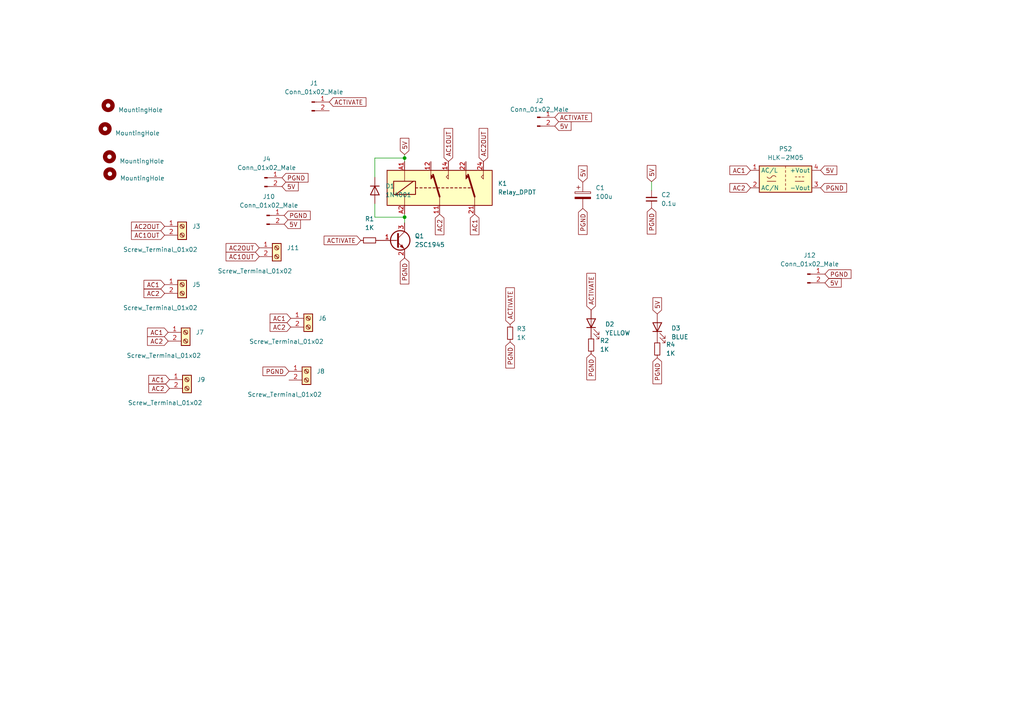
<source format=kicad_sch>
(kicad_sch (version 20230121) (generator eeschema)
  (paper "A4")
  (lib_symbols
    (symbol "Connector:Conn_01x02_Male" (pin_names (offset 1.016) hide)
      (property "Reference" "J" (at 0 2.54 0))
      (property "Value" "Conn_01x02_Male" (at 0 -5.08 0))
      (symbol "Conn_01x02_Male_1_1"
        (polyline (pts (xy 1.27 -2.54) (xy 0.8636 -2.54)) (stroke (width 0.1524)))
        (polyline (pts (xy 1.27 0) (xy 0.8636 0)) (stroke (width 0.1524)))
        (rectangle (start 0.8636 -2.413) (end 0 -2.667) (stroke (width 0.1524)) (fill (type outline)))
        (rectangle (start 0.8636 0.127) (end 0 -0.127) (stroke (width 0.1524)) (fill (type outline)))
        (pin passive line (at 5.08 0 180) (length 3.81) (name "Pin_1") (number "1"))
        (pin passive line (at 5.08 -2.54 180) (length 3.81) (name "Pin_2") (number "2"))
      )
    )
    (symbol "Connector:Screw_Terminal_01x02" (pin_names (offset 1.016) hide)
      (property "Reference" "J" (at 0 2.54 0))
      (property "Value" "Screw_Terminal_01x02" (at 0 -5.08 0))
      (symbol "Screw_Terminal_01x02_1_1"
        (rectangle (start -1.27 1.27) (end 1.27 -3.81) (stroke (width 0.254)) (fill (type background)))
        (circle (center 0 -2.54) (radius 0.635) (stroke (width 0.1524)))
        (polyline (pts (xy -0.5334 -2.2098) (xy 0.3302 -3.048)) (stroke (width 0.1524)))
        (polyline (pts (xy -0.5334 0.3302) (xy 0.3302 -0.508)) (stroke (width 0.1524)))
        (polyline (pts (xy -0.3556 -2.032) (xy 0.508 -2.8702)) (stroke (width 0.1524)))
        (polyline (pts (xy -0.3556 0.508) (xy 0.508 -0.3302)) (stroke (width 0.1524)))
        (circle (center 0 0) (radius 0.635) (stroke (width 0.1524)))
        (pin passive line (at -5.08 0 0) (length 3.81) (name "Pin_1") (number "1"))
        (pin passive line (at -5.08 -2.54 0) (length 3.81) (name "Pin_2") (number "2"))
      )
    )
    (symbol "Converter_ACDC:HLK-5M03"
      (property "Reference" "PS" (at 0 5.08 0))
      (property "Value" "HLK-5M03" (at 0 -5.08 0))
      (symbol "HLK-5M03_0_1"
        (rectangle (start -7.62 3.81) (end 7.62 -3.81) (stroke (width 0.254)) (fill (type background)))
        (arc (start -5.334 0.635) (mid -4.699 0.2495) (end -4.064 0.635))
        (arc (start -2.794 0.635) (mid -3.429 1.0072) (end -4.064 0.635))
        (polyline (pts (xy -5.334 -0.635) (xy -2.794 -0.635)))
        (polyline (pts (xy 0 -2.54) (xy 0 -3.175)))
        (polyline (pts (xy 0 -1.27) (xy 0 -1.905)))
        (polyline (pts (xy 0 0) (xy 0 -0.635)))
        (polyline (pts (xy 0 1.27) (xy 0 0.635)))
        (polyline (pts (xy 0 2.54) (xy 0 1.905)))
        (polyline (pts (xy 0 3.81) (xy 0 3.175)))
        (polyline (pts (xy 2.794 -0.635) (xy 5.334 -0.635)))
        (polyline (pts (xy 2.794 0.635) (xy 3.302 0.635)))
        (polyline (pts (xy 3.81 0.635) (xy 4.318 0.635)))
        (polyline (pts (xy 4.826 0.635) (xy 5.334 0.635)))
      )
      (symbol "HLK-5M03_1_1"
        (pin power_in line (at -10.16 2.54 0) (length 2.54) (name "AC/L") (number "1"))
        (pin power_in line (at -10.16 -2.54 0) (length 2.54) (name "AC/N") (number "2"))
        (pin power_out line (at 10.16 -2.54 180) (length 2.54) (name "-Vout") (number "3"))
        (pin power_out line (at 10.16 2.54 180) (length 2.54) (name "+Vout") (number "4"))
      )
    )
    (symbol "Device:C_Polarized" (pin_numbers hide) (pin_names (offset 0.254))
      (property "Reference" "C" (at 0.635 2.54 0))
      (property "Value" "C_Polarized" (at 0.635 -2.54 0))
      (symbol "C_Polarized_0_1"
        (rectangle (start -2.286 0.508) (end 2.286 1.016))
        (polyline (pts (xy -1.778 2.286) (xy -0.762 2.286)))
        (polyline (pts (xy -1.27 2.794) (xy -1.27 1.778)))
        (rectangle (start 2.286 -0.508) (end -2.286 -1.016) (fill (type outline)))
      )
      (symbol "C_Polarized_1_1"
        (pin passive line (at 0 3.81 270) (length 2.794) (name "~") (number "1"))
        (pin passive line (at 0 -3.81 90) (length 2.794) (name "~") (number "2"))
      )
    )
    (symbol "Device:C_Small" (pin_numbers hide) (pin_names (offset 0.254) hide)
      (property "Reference" "C" (at 0.254 1.778 0))
      (property "Value" "C_Small" (at 0.254 -2.032 0))
      (symbol "C_Small_0_1"
        (polyline (pts (xy -1.524 -0.508) (xy 1.524 -0.508)) (stroke (width 0.3302)))
        (polyline (pts (xy -1.524 0.508) (xy 1.524 0.508)) (stroke (width 0.3048)))
      )
      (symbol "C_Small_1_1"
        (pin passive line (at 0 2.54 270) (length 2.032) (name "~") (number "1"))
        (pin passive line (at 0 -2.54 90) (length 2.032) (name "~") (number "2"))
      )
    )
    (symbol "Device:LED" (pin_numbers hide) (pin_names (offset 1.016) hide)
      (property "Reference" "D" (at 0 2.54 0))
      (property "Value" "LED" (at 0 -2.54 0))
      (symbol "LED_0_1"
        (polyline (pts (xy -1.27 -1.27) (xy -1.27 1.27)) (stroke (width 0.254)))
        (polyline (pts (xy -1.27 0) (xy 1.27 0)))
        (polyline (pts (xy 1.27 -1.27) (xy 1.27 1.27) (xy -1.27 0) (xy 1.27 -1.27)) (stroke (width 0.254)))
        (polyline (pts (xy -3.048 -0.762) (xy -4.572 -2.286) (xy -3.81 -2.286) (xy -4.572 -2.286) (xy -4.572 -1.524)))
        (polyline (pts (xy -1.778 -0.762) (xy -3.302 -2.286) (xy -2.54 -2.286) (xy -3.302 -2.286) (xy -3.302 -1.524)))
      )
      (symbol "LED_1_1"
        (pin passive line (at -3.81 0 0) (length 2.54) (name "K") (number "1"))
        (pin passive line (at 3.81 0 180) (length 2.54) (name "A") (number "2"))
      )
    )
    (symbol "Device:R_Small" (pin_numbers hide) (pin_names (offset 0.254) hide)
      (property "Reference" "R" (at 0.762 0.508 0))
      (property "Value" "R_Small" (at 0.762 -1.016 0))
      (symbol "R_Small_0_1"
        (rectangle (start -0.762 1.778) (end 0.762 -1.778) (stroke (width 0.2032)))
      )
      (symbol "R_Small_1_1"
        (pin passive line (at 0 2.54 270) (length 0.762) (name "~") (number "1"))
        (pin passive line (at 0 -2.54 90) (length 0.762) (name "~") (number "2"))
      )
    )
    (symbol "Diode:1N4001" (pin_numbers hide) (pin_names hide)
      (property "Reference" "D" (at 0 2.54 0))
      (property "Value" "1N4001" (at 0 -2.54 0))
      (symbol "1N4001_0_1"
        (polyline (pts (xy -1.27 1.27) (xy -1.27 -1.27)) (stroke (width 0.254)))
        (polyline (pts (xy 1.27 0) (xy -1.27 0)))
        (polyline (pts (xy 1.27 1.27) (xy 1.27 -1.27) (xy -1.27 0) (xy 1.27 1.27)) (stroke (width 0.254)))
      )
      (symbol "1N4001_1_1"
        (pin passive line (at -3.81 0 0) (length 2.54) (name "K") (number "1"))
        (pin passive line (at 3.81 0 180) (length 2.54) (name "A") (number "2"))
      )
    )
    (symbol "Mechanical:MountingHole" (pin_names (offset 1.016))
      (property "Reference" "H" (at 0 5.08 0))
      (property "Value" "MountingHole" (at 0 3.175 0))
      (symbol "MountingHole_0_1"
        (circle (center 0 0) (radius 1.27) (stroke (width 1.27)))
      )
    )
    (symbol "Relay:Relay_DPDT"
      (property "Reference" "K" (at 16.51 3.81 0))
      (property "Value" "Relay_DPDT" (at 16.51 1.27 0))
      (symbol "Relay_DPDT_0_1"
        (rectangle (start -15.24 5.08) (end 15.24 -5.08) (stroke (width 0.254)) (fill (type background)))
        (rectangle (start -13.335 1.905) (end -6.985 -1.905) (stroke (width 0.254)))
        (polyline (pts (xy -12.7 -1.905) (xy -7.62 1.905)) (stroke (width 0.254)))
        (polyline (pts (xy -10.16 -5.08) (xy -10.16 -1.905)))
        (polyline (pts (xy -10.16 5.08) (xy -10.16 1.905)))
        (polyline (pts (xy -6.985 0) (xy -6.35 0)) (stroke (width 0.254)))
        (polyline (pts (xy -5.715 0) (xy -5.08 0)) (stroke (width 0.254)))
        (polyline (pts (xy -4.445 0) (xy -3.81 0)) (stroke (width 0.254)))
        (polyline (pts (xy -3.175 0) (xy -2.54 0)) (stroke (width 0.254)))
        (polyline (pts (xy -1.905 0) (xy -1.27 0)) (stroke (width 0.254)))
        (polyline (pts (xy -0.635 0) (xy 0 0)) (stroke (width 0.254)))
        (polyline (pts (xy 0 -2.54) (xy -1.905 3.81)) (stroke (width 0.508)))
        (polyline (pts (xy 0 -2.54) (xy 0 -5.08)))
        (polyline (pts (xy 0.635 0) (xy 1.27 0)) (stroke (width 0.254)))
        (polyline (pts (xy 1.905 0) (xy 2.54 0)) (stroke (width 0.254)))
        (polyline (pts (xy 3.175 0) (xy 3.81 0)) (stroke (width 0.254)))
        (polyline (pts (xy 4.445 0) (xy 5.08 0)) (stroke (width 0.254)))
        (polyline (pts (xy 5.715 0) (xy 6.35 0)) (stroke (width 0.254)))
        (polyline (pts (xy 6.985 0) (xy 7.62 0)) (stroke (width 0.254)))
        (polyline (pts (xy 8.255 0) (xy 8.89 0)) (stroke (width 0.254)))
        (polyline (pts (xy 10.16 -2.54) (xy 8.255 3.81)) (stroke (width 0.508)))
        (polyline (pts (xy 10.16 -2.54) (xy 10.16 -5.08)))
        (polyline (pts (xy -2.54 5.08) (xy -2.54 2.54) (xy -1.905 3.175) (xy -2.54 3.81)) (fill (type outline)))
        (polyline (pts (xy 2.54 5.08) (xy 2.54 2.54) (xy 1.905 3.175) (xy 2.54 3.81)))
        (polyline (pts (xy 7.62 5.08) (xy 7.62 2.54) (xy 8.255 3.175) (xy 7.62 3.81)) (fill (type outline)))
        (polyline (pts (xy 12.7 5.08) (xy 12.7 2.54) (xy 12.065 3.175) (xy 12.7 3.81)))
      )
      (symbol "Relay_DPDT_1_1"
        (pin passive line (at 0 -7.62 90) (length 2.54) (name "~") (number "11"))
        (pin passive line (at -2.54 7.62 270) (length 2.54) (name "~") (number "12"))
        (pin passive line (at 2.54 7.62 270) (length 2.54) (name "~") (number "14"))
        (pin passive line (at 10.16 -7.62 90) (length 2.54) (name "~") (number "21"))
        (pin passive line (at 7.62 7.62 270) (length 2.54) (name "~") (number "22"))
        (pin passive line (at 12.7 7.62 270) (length 2.54) (name "~") (number "24"))
        (pin passive line (at -10.16 7.62 270) (length 2.54) (name "~") (number "A1"))
        (pin passive line (at -10.16 -7.62 90) (length 2.54) (name "~") (number "A2"))
      )
    )
    (symbol "Transistor_BJT:2SC1945" (pin_names (offset 0) hide)
      (property "Reference" "Q" (at 5.08 1.905 0))
      (property "Value" "2SC1945" (at 5.08 0 0))
      (symbol "2SC1945_0_1"
        (polyline (pts (xy 0 0) (xy 0.635 0)))
        (polyline (pts (xy 2.54 2.54) (xy 0.635 0.635)))
        (polyline (pts (xy 0.635 1.905) (xy 0.635 -1.905) (xy 0.635 -1.905)) (stroke (width 0.508)))
        (polyline (pts (xy 2.286 -2.286) (xy 1.778 -1.778) (xy 1.778 -1.778)))
        (polyline (pts (xy 2.54 -2.54) (xy 0.635 -0.635) (xy 1.27 -1.27)) (fill (type outline)))
        (polyline (pts (xy 1.27 -1.778) (xy 1.778 -1.27) (xy 2.286 -2.286) (xy 1.27 -1.778) (xy 1.27 -1.778)) (fill (type outline)))
        (circle (center 1.27 0) (radius 2.8194) (stroke (width 0.3048)))
      )
      (symbol "2SC1945_1_1"
        (pin input line (at -5.08 0 0) (length 5.08) (name "B") (number "1"))
        (pin passive line (at 2.54 -5.08 90) (length 2.54) (name "E") (number "2"))
        (pin passive line (at 2.54 5.08 270) (length 2.54) (name "C") (number "3"))
      )
    )
  )
  (junction (at 117.348 45.847))
  (junction (at 117.348 62.992))
  (wire (pts (xy 108.712 45.847) (xy 108.712 51.435)))
  (wire (pts (xy 117.348 45.847) (xy 117.348 46.863)))
  (wire (pts (xy 188.976 55.245) (xy 188.976 52.705)))
  (wire (pts (xy 108.712 62.992) (xy 117.348 62.992)))
  (wire (pts (xy 117.348 45.847) (xy 108.712 45.847)))
  (wire (pts (xy 108.712 59.055) (xy 108.712 62.992)))
  (wire (pts (xy 117.348 62.992) (xy 117.348 62.103)))
  (wire (pts (xy 117.348 64.643) (xy 117.348 62.992)))
  (wire (pts (xy 117.348 44.831) (xy 117.348 45.847)))
  (global_label "ACTIVATE" (shape input) (at 104.648 69.723 180) (property "Intersheetrefs" "${INTERSHEET_REFS}" (effects hide)))
  (global_label "AC2" (shape input) (at 47.752 85.09 180) (property "Intersheetrefs" "${INTERSHEET_REFS}" (effects hide)))
  (global_label "5V" (shape input) (at 117.348 44.831 90) (property "Intersheetrefs" "${INTERSHEET_REFS}" (effects hide)))
  (global_label "AC2" (shape input) (at 127.508 62.103 270) (property "Intersheetrefs" "${INTERSHEET_REFS}" (effects hide)))
  (global_label "5V" (shape input) (at 188.976 52.705 90) (property "Intersheetrefs" "${INTERSHEET_REFS}" (effects hide)))
  (global_label "AC2" (shape input) (at 49.149 112.649 180) (property "Intersheetrefs" "${INTERSHEET_REFS}" (effects hide)))
  (global_label "PGND" (shape input) (at 83.82 107.696 180) (property "Intersheetrefs" "${INTERSHEET_REFS}" (effects hide)))
  (global_label "AC1" (shape input) (at 137.668 62.103 270) (property "Intersheetrefs" "${INTERSHEET_REFS}" (effects hide)))
  (global_label "AC1" (shape input) (at 47.752 82.55 180) (property "Intersheetrefs" "${INTERSHEET_REFS}" (effects hide)))
  (global_label "PGND" (shape input) (at 169.037 60.452 270) (property "Intersheetrefs" "${INTERSHEET_REFS}" (effects hide)))
  (global_label "PGND" (shape input) (at 82.423 62.484 0) (property "Intersheetrefs" "${INTERSHEET_REFS}" (effects hide)))
  (global_label "5V" (shape input) (at 237.998 49.403 0) (property "Intersheetrefs" "${INTERSHEET_REFS}" (effects hide)))
  (global_label "AC1OUT" (shape input) (at 130.048 46.863 90) (property "Intersheetrefs" "${INTERSHEET_REFS}" (effects hide)))
  (global_label "PGND" (shape input) (at 190.627 103.759 270) (property "Intersheetrefs" "${INTERSHEET_REFS}" (effects hide)))
  (global_label "AC1" (shape input) (at 84.328 92.329 180) (property "Intersheetrefs" "${INTERSHEET_REFS}" (effects hide)))
  (global_label "5V" (shape input) (at 239.268 82.042 0) (property "Intersheetrefs" "${INTERSHEET_REFS}" (effects hide)))
  (global_label "PGND" (shape input) (at 117.348 74.803 270) (property "Intersheetrefs" "${INTERSHEET_REFS}" (effects hide)))
  (global_label "AC1" (shape input) (at 217.678 49.403 180) (property "Intersheetrefs" "${INTERSHEET_REFS}" (effects hide)))
  (global_label "AC2OUT" (shape input) (at 75.184 71.882 180) (property "Intersheetrefs" "${INTERSHEET_REFS}" (effects hide)))
  (global_label "ACTIVATE" (shape input) (at 171.45 89.916 90) (property "Intersheetrefs" "${INTERSHEET_REFS}" (effects hide)))
  (global_label "AC1OUT" (shape input) (at 47.752 68.199 180) (property "Intersheetrefs" "${INTERSHEET_REFS}" (effects hide)))
  (global_label "AC2OUT" (shape input) (at 47.752 65.659 180) (property "Intersheetrefs" "${INTERSHEET_REFS}" (effects hide)))
  (global_label "AC2" (shape input) (at 48.768 98.933 180) (property "Intersheetrefs" "${INTERSHEET_REFS}" (effects hide)))
  (global_label "PGND" (shape input) (at 237.998 54.483 0) (property "Intersheetrefs" "${INTERSHEET_REFS}" (effects hide)))
  (global_label "5V" (shape input) (at 82.423 65.024 0) (property "Intersheetrefs" "${INTERSHEET_REFS}" (effects hide)))
  (global_label "AC2" (shape input) (at 217.678 54.483 180) (property "Intersheetrefs" "${INTERSHEET_REFS}" (effects hide)))
  (global_label "ACTIVATE" (shape input) (at 95.504 29.591 0) (property "Intersheetrefs" "${INTERSHEET_REFS}" (effects hide)))
  (global_label "AC1" (shape input) (at 48.768 96.393 180) (property "Intersheetrefs" "${INTERSHEET_REFS}" (effects hide)))
  (global_label "PGND" (shape input) (at 239.268 79.502 0) (property "Intersheetrefs" "${INTERSHEET_REFS}" (effects hide)))
  (global_label "5V" (shape input) (at 169.037 52.832 90) (property "Intersheetrefs" "${INTERSHEET_REFS}" (effects hide)))
  (global_label "PGND" (shape input) (at 188.976 60.325 270) (property "Intersheetrefs" "${INTERSHEET_REFS}" (effects hide)))
  (global_label "5V" (shape input) (at 81.788 54.102 0) (property "Intersheetrefs" "${INTERSHEET_REFS}" (effects hide)))
  (global_label "PGND" (shape input) (at 147.955 99.187 270) (property "Intersheetrefs" "${INTERSHEET_REFS}" (effects hide)))
  (global_label "ACTIVATE" (shape input) (at 147.955 94.107 90) (property "Intersheetrefs" "${INTERSHEET_REFS}" (effects hide)))
  (global_label "5V" (shape input) (at 160.909 36.576 0) (property "Intersheetrefs" "${INTERSHEET_REFS}" (effects hide)))
  (global_label "AC1" (shape input) (at 49.149 110.109 180) (property "Intersheetrefs" "${INTERSHEET_REFS}" (effects hide)))
  (global_label "ACTIVATE" (shape input) (at 160.909 34.036 0) (property "Intersheetrefs" "${INTERSHEET_REFS}" (effects hide)))
  (global_label "AC2" (shape input) (at 84.328 94.869 180) (property "Intersheetrefs" "${INTERSHEET_REFS}" (effects hide)))
  (global_label "PGND" (shape input) (at 171.45 102.616 270) (property "Intersheetrefs" "${INTERSHEET_REFS}" (effects hide)))
  (global_label "AC2OUT" (shape input) (at 140.208 46.863 90) (property "Intersheetrefs" "${INTERSHEET_REFS}" (effects hide)))
  (global_label "AC1OUT" (shape input) (at 75.184 74.422 180) (property "Intersheetrefs" "${INTERSHEET_REFS}" (effects hide)))
  (global_label "PGND" (shape input) (at 81.788 51.562 0) (property "Intersheetrefs" "${INTERSHEET_REFS}" (effects hide)))
  (global_label "5V" (shape input) (at 190.627 91.059 90) (property "Intersheetrefs" "${INTERSHEET_REFS}" (effects hide)))
  (symbol (lib_id "Device:R_Small") (at 190.627 101.219 0) (unit 1)
    (property "Reference" "R4" (at 193.167 99.9489 0) (effects (justify left)))
    (property "Value" "1K" (at 193.167 102.4889 0) (effects (justify left)))
    (property "Footprint" "Resistor_SMD:R_0603_1608Metric_Pad0.98x0.95mm_HandSolder" (effects hide))
  )
  (symbol (lib_id "Connector:Screw_Terminal_01x02") (at 54.229 110.109 0) (unit 1)
    (property "Reference" "J9" (at 57.15 110.1089 0) (effects (justify left)))
    (property "Value" "Screw_Terminal_01x02" (at 37.084 116.84 0) (effects (justify left)))
    (property "Footprint" "Connector_JST:JST_XH_B2B-XH-A_1x02_P2.50mm_Vertical" (effects hide))
  )
  (symbol (lib_id "Converter_ACDC:HLK-5M03") (at 227.838 51.943 0) (unit 1)
    (property "Reference" "PS2" (at 227.838 43.18 0))
    (property "Value" "HLK-2M05" (at 227.838 45.72 0))
    (property "Footprint" "Components:HLK-2M05" (effects hide))
    (property "Datasheet" "http://h.hlktech.com/download/ACDC%E7%94%B5%E6%BA%90%E6%A8%A1%E5%9D%975W%E7%B3%BB%E5%88%97/1/%E6%B5%B7%E5%87%8C%E7%A7%915W%E7%B3%BB%E5%88%97%E7%94%B5%E6%BA%90%E6%A8%A1%E5%9D%97%E8%A7%84%E6%A0%BC%E4%B9%A6V2.8.pdf" (effects hide))
  )
  (symbol (lib_id "Device:R_Small") (at 147.955 96.647 180) (unit 1)
    (property "Reference" "R3" (at 149.86 95.377 0) (effects (justify right)))
    (property "Value" "1K" (at 149.86 97.917 0) (effects (justify right)))
    (property "Footprint" "Resistor_SMD:R_0603_1608Metric" (effects hide))
  )
  (symbol (lib_id "Device:LED") (at 171.45 93.726 90) (unit 1)
    (property "Reference" "D2" (at 175.514 94.0434 90) (effects (justify right)))
    (property "Value" "YELLOW" (at 175.514 96.5834 90) (effects (justify right)))
    (property "Footprint" "Diode_SMD:D_0805_2012Metric_Pad1.15x1.40mm_HandSolder" (effects hide))
  )
  (symbol (lib_id "Mechanical:MountingHole") (at 31.877 50.419 0) (unit 1)
    (property "Reference" "H4" (effects hide))
    (property "Value" "MountingHole" (at 34.798 51.6889 0) (effects (justify left)))
    (property "Footprint" "MountingHole:MountingHole_3.2mm_M3" (effects hide))
  )
  (symbol (lib_id "Diode:1N4001") (at 108.712 55.245 270) (unit 1)
    (property "Reference" "D1" (at 111.76 53.9749 90) (effects (justify left)))
    (property "Value" "1N4001" (at 111.76 56.5149 90) (effects (justify left)))
    (property "Footprint" "Diode_SMD:D_SMA" (effects hide))
    (property "Datasheet" "http://www.vishay.com/docs/88503/1n4001.pdf" (effects hide))
  )
  (symbol (lib_id "Connector:Screw_Terminal_01x02") (at 52.832 65.659 0) (unit 1)
    (property "Reference" "J3" (at 55.753 65.6589 0) (effects (justify left)))
    (property "Value" "Screw_Terminal_01x02" (at 35.687 72.39 0) (effects (justify left)))
    (property "Footprint" "Connector_JST:JST_XH_B2B-XH-A_1x02_P2.50mm_Vertical" (effects hide))
  )
  (symbol (lib_id "Mechanical:MountingHole") (at 31.75 45.466 0) (unit 1)
    (property "Reference" "H3" (effects hide))
    (property "Value" "MountingHole" (at 34.671 46.7359 0) (effects (justify left)))
    (property "Footprint" "MountingHole:MountingHole_3.2mm_M3" (effects hide))
  )
  (symbol (lib_id "Device:R_Small") (at 171.45 100.076 0) (unit 1)
    (property "Reference" "R2" (at 173.99 98.8059 0) (effects (justify left)))
    (property "Value" "1K" (at 173.99 101.3459 0) (effects (justify left)))
    (property "Footprint" "Resistor_SMD:R_0603_1608Metric_Pad0.98x0.95mm_HandSolder" (effects hide))
  )
  (symbol (lib_id "Device:C_Polarized") (at 169.037 56.642 0) (unit 1)
    (property "Reference" "C1" (at 172.72 54.4829 0) (effects (justify left)))
    (property "Value" "100u" (at 172.72 57.0229 0) (effects (justify left)))
    (property "Footprint" "Capacitor_THT:CP_Radial_D8.0mm_P2.50mm" (effects hide))
  )
  (symbol (lib_id "Device:C_Small") (at 188.976 57.785 180) (unit 1)
    (property "Reference" "C2" (at 191.77 56.5086 0) (effects (justify right)))
    (property "Value" "0.1u" (at 191.77 59.0486 0) (effects (justify right)))
    (property "Footprint" "Capacitor_SMD:C_0805_2012Metric_Pad1.18x1.45mm_HandSolder" (effects hide))
  )
  (symbol (lib_id "Connector:Conn_01x02_Male") (at 155.829 34.036 0) (unit 1)
    (property "Reference" "J2" (at 156.464 29.21 0))
    (property "Value" "Conn_01x02_Male" (at 156.464 31.75 0))
    (property "Footprint" "Connector_PinHeader_2.54mm:PinHeader_1x02_P2.54mm_Vertical" (effects hide))
  )
  (symbol (lib_id "Connector:Screw_Terminal_01x02") (at 53.848 96.393 0) (unit 1)
    (property "Reference" "J7" (at 56.769 96.3929 0) (effects (justify left)))
    (property "Value" "Screw_Terminal_01x02" (at 36.703 103.124 0) (effects (justify left)))
    (property "Footprint" "Connector_JST:JST_XH_B2B-XH-A_1x02_P2.50mm_Vertical" (effects hide))
  )
  (symbol (lib_id "Connector:Screw_Terminal_01x02") (at 80.264 71.882 0) (unit 1)
    (property "Reference" "J11" (at 83.185 71.8819 0) (effects (justify left)))
    (property "Value" "Screw_Terminal_01x02" (at 63.119 78.613 0) (effects (justify left)))
    (property "Footprint" "Connector_JST:JST_XH_B2B-XH-A_1x02_P2.50mm_Vertical" (effects hide))
  )
  (symbol (lib_id "Connector:Screw_Terminal_01x02") (at 88.9 107.696 0) (unit 1)
    (property "Reference" "J8" (at 91.821 107.6959 0) (effects (justify left)))
    (property "Value" "Screw_Terminal_01x02" (at 71.755 114.427 0) (effects (justify left)))
    (property "Footprint" "Connector_JST:JST_XH_B2B-XH-A_1x02_P2.50mm_Vertical" (effects hide))
  )
  (symbol (lib_id "Connector:Conn_01x02_Male") (at 90.424 29.591 0) (unit 1)
    (property "Reference" "J1" (at 91.059 24.13 0))
    (property "Value" "Conn_01x02_Male" (at 91.059 26.67 0))
    (property "Footprint" "Connector_JST:JST_PH_B2B-PH-K_1x02_P2.00mm_Vertical" (effects hide))
  )
  (symbol (lib_id "Relay:Relay_DPDT") (at 127.508 54.483 0) (unit 1)
    (property "Reference" "K1" (at 144.399 53.213 0) (effects (justify left)))
    (property "Value" "Relay_DPDT" (at 144.399 55.753 0) (effects (justify left)))
    (property "Footprint" "Relay_THT:Relay_DPDT_Omron_G2RL-2" (effects hide))
  )
  (symbol (lib_id "Mechanical:MountingHole") (at 31.369 30.607 0) (unit 1)
    (property "Reference" "H1" (effects hide))
    (property "Value" "MountingHole" (at 34.29 31.8769 0) (effects (justify left)))
    (property "Footprint" "MountingHole:MountingHole_3.2mm_M3" (effects hide))
  )
  (symbol (lib_id "Transistor_BJT:2SC1945") (at 114.808 69.723 0) (unit 1)
    (property "Reference" "Q1" (at 120.269 68.4529 0) (effects (justify left)))
    (property "Value" "2SC1945" (at 120.269 70.9929 0) (effects (justify left)))
    (property "Footprint" "Package_TO_SOT_SMD:SOT-23_Handsoldering" (effects hide))
    (property "Datasheet" "http://rtellason.com/transdata/2sc1945.pdf" (effects hide))
  )
  (symbol (lib_id "Connector:Conn_01x02_Male") (at 77.343 62.484 0) (unit 1)
    (property "Reference" "J10" (at 77.978 57.023 0))
    (property "Value" "Conn_01x02_Male" (at 77.978 59.563 0))
    (property "Footprint" "Connector_JST:JST_PH_B2B-PH-K_1x02_P2.00mm_Vertical" (effects hide))
  )
  (symbol (lib_id "Mechanical:MountingHole") (at 30.48 37.338 0) (unit 1)
    (property "Reference" "H2" (effects hide))
    (property "Value" "MountingHole" (at 33.401 38.6079 0) (effects (justify left)))
    (property "Footprint" "MountingHole:MountingHole_3.2mm_M3" (effects hide))
  )
  (symbol (lib_id "Connector:Conn_01x02_Male") (at 234.188 79.502 0) (unit 1)
    (property "Reference" "J12" (at 234.823 74.041 0))
    (property "Value" "Conn_01x02_Male" (at 234.823 76.581 0))
    (property "Footprint" "Connector_PinHeader_2.54mm:PinHeader_1x02_P2.54mm_Vertical" (effects hide))
  )
  (symbol (lib_id "Device:LED") (at 190.627 94.869 90) (unit 1)
    (property "Reference" "D3" (at 194.691 95.1864 90) (effects (justify right)))
    (property "Value" "BLUE" (at 194.691 97.7264 90) (effects (justify right)))
    (property "Footprint" "Diode_SMD:D_0805_2012Metric_Pad1.15x1.40mm_HandSolder" (effects hide))
  )
  (symbol (lib_id "Connector:Screw_Terminal_01x02") (at 52.832 82.55 0) (unit 1)
    (property "Reference" "J5" (at 55.753 82.5499 0) (effects (justify left)))
    (property "Value" "Screw_Terminal_01x02" (at 35.687 89.281 0) (effects (justify left)))
    (property "Footprint" "Connector_JST:JST_XH_B2B-XH-A_1x02_P2.50mm_Vertical" (effects hide))
  )
  (symbol (lib_id "Device:R_Small") (at 107.188 69.723 90) (unit 1)
    (property "Reference" "R1" (at 107.188 63.5 90))
    (property "Value" "1K" (at 107.188 66.04 90))
    (property "Footprint" "Resistor_SMD:R_0603_1608Metric" (effects hide))
  )
  (symbol (lib_id "Connector:Screw_Terminal_01x02") (at 89.408 92.329 0) (unit 1)
    (property "Reference" "J6" (at 92.329 92.3289 0) (effects (justify left)))
    (property "Value" "Screw_Terminal_01x02" (at 72.263 99.06 0) (effects (justify left)))
    (property "Footprint" "Connector_JST:JST_XH_B2B-XH-A_1x02_P2.50mm_Vertical" (effects hide))
  )
  (symbol (lib_id "Connector:Conn_01x02_Male") (at 76.708 51.562 0) (unit 1)
    (property "Reference" "J4" (at 77.343 46.101 0))
    (property "Value" "Conn_01x02_Male" (at 77.343 48.641 0))
    (property "Footprint" "Connector_JST:JST_PH_B2B-PH-K_1x02_P2.00mm_Vertical" (effects hide))
  )
)
</source>
